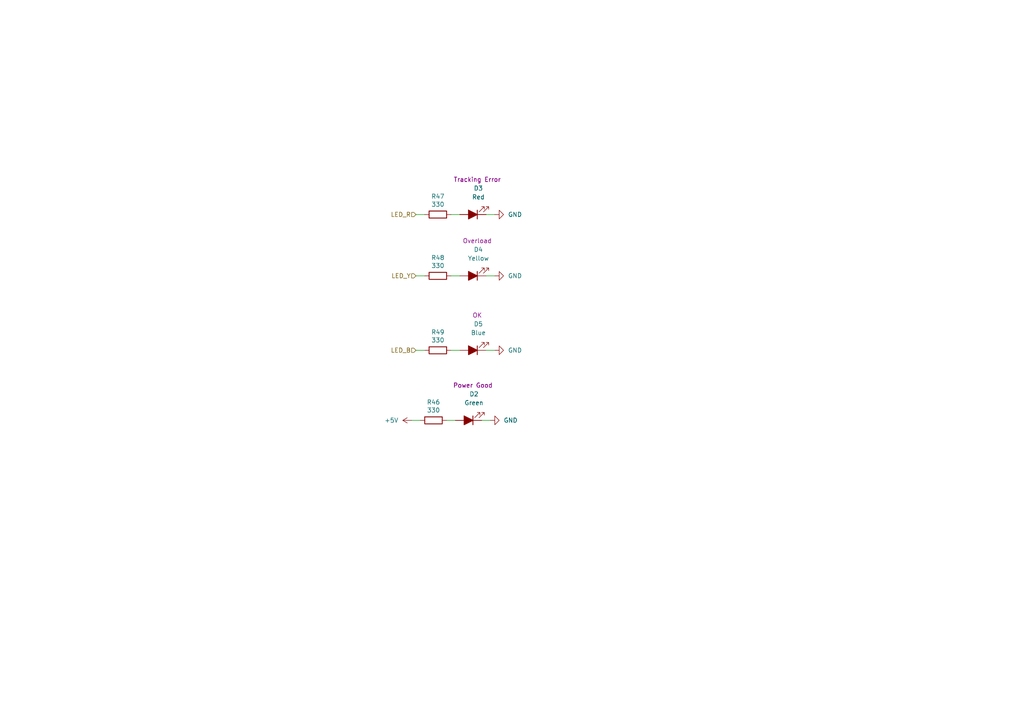
<source format=kicad_sch>
(kicad_sch (version 20231120) (generator "eeschema") (generator_version "8.0")
  (paper "A4")
  (lib_symbols
    (symbol "Device:LED_Filled" (pin_numbers hide) (pin_names (offset 1.016) hide)
      (property "Reference" "D" (at 0 2.54 0))
      (property "Value" "LED_Filled" (at 0 -2.54 0))
      (symbol "LED_Filled_0_1"
        (polyline (pts (xy -1.27 -1.27) (xy -1.27 1.27)) (stroke (width 0.254)))
        (polyline (pts (xy -1.27 0) (xy 1.27 0)))
        (polyline (pts (xy 1.27 -1.27) (xy 1.27 1.27) (xy -1.27 0) (xy 1.27 -1.27)) (stroke (width 0.254)) (fill (type outline)))
        (polyline (pts (xy -3.048 -0.762) (xy -4.572 -2.286) (xy -3.81 -2.286) (xy -4.572 -2.286) (xy -4.572 -1.524)))
        (polyline (pts (xy -1.778 -0.762) (xy -3.302 -2.286) (xy -2.54 -2.286) (xy -3.302 -2.286) (xy -3.302 -1.524)))
      )
      (symbol "LED_Filled_1_1"
        (pin passive line (at -3.81 0 0) (length 2.54) (name "K") (number "1"))
        (pin passive line (at 3.81 0 180) (length 2.54) (name "A") (number "2"))
      )
    )
    (symbol "Device:R" (pin_numbers hide) (pin_names (offset 0))
      (property "Reference" "R" (at 2.032 0 90))
      (property "Value" "R" (at 0 0 90))
      (symbol "R_0_1"
        (rectangle (start -1.016 -2.54) (end 1.016 2.54) (stroke (width 0.254)))
      )
      (symbol "R_1_1"
        (pin passive line (at 0 3.81 270) (length 1.27) (name "~") (number "1"))
        (pin passive line (at 0 -3.81 90) (length 1.27) (name "~") (number "2"))
      )
    )
    (symbol "power:+5V" (power) (pin_names (offset 0))
      (property "Value" "+5V" (at 0 3.556 0))
      (symbol "+5V_0_1"
        (polyline (pts (xy -0.762 1.27) (xy 0 2.54)))
        (polyline (pts (xy 0 0) (xy 0 2.54)))
        (polyline (pts (xy 0 2.54) (xy 0.762 1.27)))
      )
      (symbol "+5V_1_1"
        (pin power_in line (at 0 0 90) (length 0) hide (name "+5V") (number "1"))
      )
    )
    (symbol "power:GND" (power) (pin_names (offset 0))
      (property "Value" "GND" (at 0 -3.81 0))
      (symbol "GND_0_1"
        (polyline (pts (xy 0 0) (xy 0 -1.27) (xy 1.27 -1.27) (xy 0 -2.54) (xy -1.27 -1.27) (xy 0 -1.27)))
      )
      (symbol "GND_1_1"
        (pin power_in line (at 0 0 270) (length 0) hide (name "GND") (number "1"))
      )
    )
  )
  (wire (pts (xy 130.81 101.6) (xy 133.35 101.6)))
  (wire (pts (xy 140.97 101.6) (xy 143.51 101.6)))
  (wire (pts (xy 120.65 80.01) (xy 123.19 80.01)))
  (wire (pts (xy 140.97 80.01) (xy 143.51 80.01)))
  (wire (pts (xy 120.65 101.6) (xy 123.19 101.6)))
  (wire (pts (xy 130.81 80.01) (xy 133.35 80.01)))
  (wire (pts (xy 139.7 121.92) (xy 142.24 121.92)))
  (wire (pts (xy 119.38 121.92) (xy 121.92 121.92)))
  (wire (pts (xy 120.65 62.23) (xy 123.19 62.23)))
  (wire (pts (xy 130.81 62.23) (xy 133.35 62.23)))
  (wire (pts (xy 129.54 121.92) (xy 132.08 121.92)))
  (wire (pts (xy 140.97 62.23) (xy 143.51 62.23)))
  (hierarchical_label "LED_B" (shape input) (at 120.65 101.6 180))
  (hierarchical_label "LED_Y" (shape input) (at 120.65 80.01 180))
  (hierarchical_label "LED_R" (shape input) (at 120.65 62.23 180))
  (symbol (lib_id "Device:R") (at 125.73 121.92 270) (unit 1)
    (property "Reference" "R46" (at 125.73 116.6622 90))
    (property "Value" "330" (at 125.73 118.9736 90))
    (property "Footprint" "For_Rasterboard:R_Axial_DIN0207_L6.3mm_D2.5mm_P2.54mm_Vertical" (effects (hide yes)))
  )
  (symbol (lib_id "power:GND") (at 143.51 62.23 90) (unit 1)
    (property "Reference" "#PWR0110" (effects (hide yes)))
    (property "Value" "GND" (at 147.32 62.2299 90) (effects (justify right)))
  )
  (symbol (lib_id "power:+5V") (at 119.38 121.92 90) (unit 1)
    (property "Reference" "#PWR0109" (effects (hide yes)))
    (property "Value" "+5V" (at 115.57 121.9199 90) (effects (justify left)))
  )
  (symbol (lib_id "power:GND") (at 142.24 121.92 90) (unit 1)
    (property "Reference" "#PWR0106" (effects (hide yes)))
    (property "Value" "GND" (at 146.05 121.9199 90) (effects (justify right)))
  )
  (symbol (lib_id "Device:LED_Filled") (at 137.16 101.6 180) (unit 1)
    (property "Reference" "D5" (at 138.7475 93.98 0))
    (property "Value" "Blue" (at 138.7475 96.52 0))
    (property "Footprint" "LED_THT:LED_D3.0mm" (effects (hide yes)))
    (property "Comment" "OK" (at 138.43 91.44 0))
  )
  (symbol (lib_id "Device:R") (at 127 101.6 270) (unit 1)
    (property "Reference" "R49" (at 127 96.3422 90))
    (property "Value" "330" (at 127 98.6536 90))
    (property "Footprint" "For_Rasterboard:R_Axial_DIN0207_L6.3mm_D2.5mm_P7.62mm_Horizontal" (effects (hide yes)))
  )
  (symbol (lib_id "Device:LED_Filled") (at 135.89 121.92 180) (unit 1)
    (property "Reference" "D2" (at 137.4775 114.3 0))
    (property "Value" "Green" (at 137.4775 116.84 0))
    (property "Footprint" "LED_THT:LED_D3.0mm" (effects (hide yes)))
    (property "Comment" "Power Good" (at 137.16 111.76 0))
  )
  (symbol (lib_id "Device:LED_Filled") (at 137.16 62.23 180) (unit 1)
    (property "Reference" "D3" (at 138.7475 54.61 0))
    (property "Value" "Red" (at 138.7475 57.15 0))
    (property "Footprint" "LED_THT:LED_D3.0mm" (effects (hide yes)))
    (property "Comment" "Tracking Error" (at 138.43 52.07 0))
  )
  (symbol (lib_id "Device:LED_Filled") (at 137.16 80.01 180) (unit 1)
    (property "Reference" "D4" (at 138.7475 72.39 0))
    (property "Value" "Yellow" (at 138.7475 74.93 0))
    (property "Footprint" "LED_THT:LED_D3.0mm" (effects (hide yes)))
    (property "Comment" "Overload" (at 138.43 69.85 0))
  )
  (symbol (lib_id "Device:R") (at 127 62.23 270) (unit 1)
    (property "Reference" "R47" (at 127 56.9722 90))
    (property "Value" "330" (at 127 59.2836 90))
    (property "Footprint" "For_Rasterboard:R_Axial_DIN0207_L6.3mm_D2.5mm_P7.62mm_Horizontal" (effects (hide yes)))
  )
  (symbol (lib_id "Device:R") (at 127 80.01 270) (unit 1)
    (property "Reference" "R48" (at 127 74.7522 90))
    (property "Value" "330" (at 127 77.0636 90))
    (property "Footprint" "For_Rasterboard:R_Axial_DIN0207_L6.3mm_D2.5mm_P5.08mm_Vertical" (effects (hide yes)))
  )
  (symbol (lib_id "power:GND") (at 143.51 80.01 90) (unit 1)
    (property "Reference" "#PWR0112" (effects (hide yes)))
    (property "Value" "GND" (at 147.32 80.0099 90) (effects (justify right)))
  )
  (symbol (lib_id "power:GND") (at 143.51 101.6 90) (unit 1)
    (property "Reference" "#PWR0108" (effects (hide yes)))
    (property "Value" "GND" (at 147.32 101.5999 90) (effects (justify right)))
  )
)
</source>
